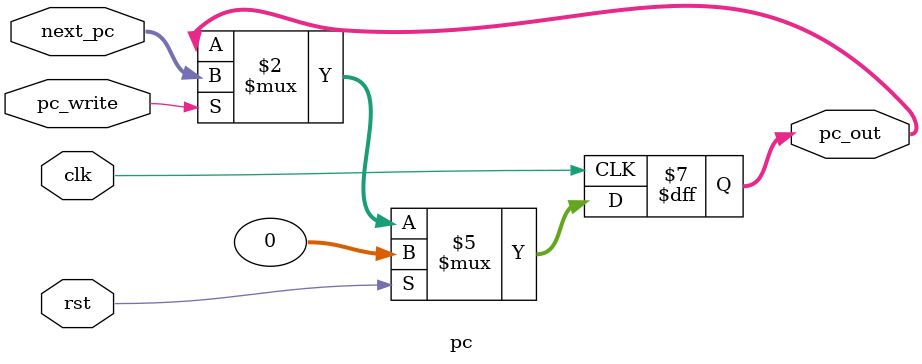
<source format=sv>
module pc (
    input  logic        clk,
    input  logic        rst,
    input  logic        pc_write,
    input  logic [31:0] next_pc,
    output logic [31:0] pc_out
);
    // Synchronous reset for ASIC synthesis
    always_ff @(posedge clk) begin
        if (rst) pc_out <= 32'h0;
        else if (pc_write) pc_out <= next_pc;
        end
endmodule

</source>
